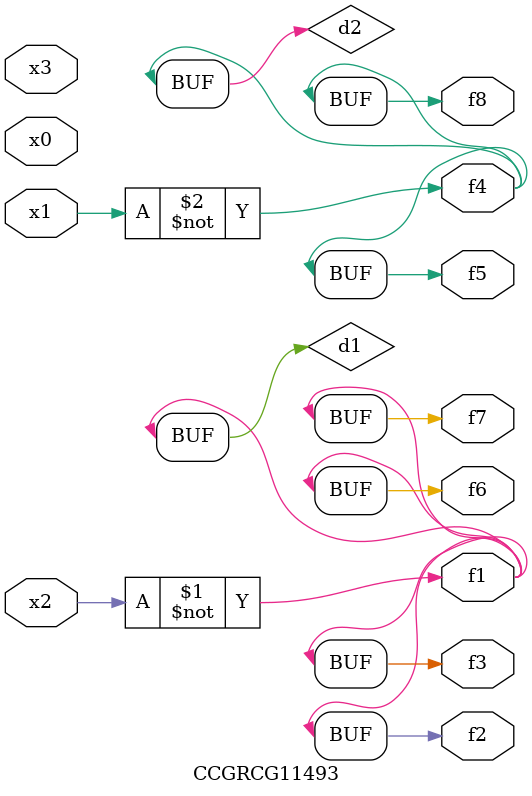
<source format=v>
module CCGRCG11493(
	input x0, x1, x2, x3,
	output f1, f2, f3, f4, f5, f6, f7, f8
);

	wire d1, d2;

	xnor (d1, x2);
	not (d2, x1);
	assign f1 = d1;
	assign f2 = d1;
	assign f3 = d1;
	assign f4 = d2;
	assign f5 = d2;
	assign f6 = d1;
	assign f7 = d1;
	assign f8 = d2;
endmodule

</source>
